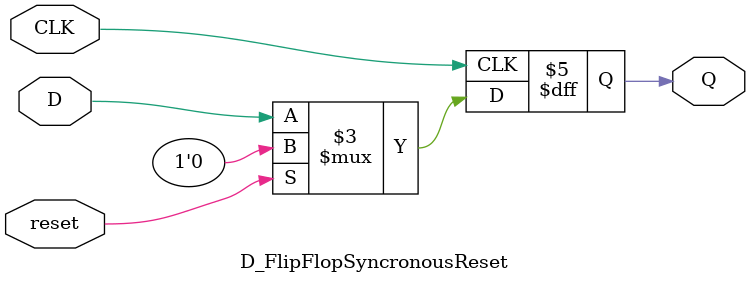
<source format=v>
`timescale 1ns / 1ps


module D_FlipFlopSyncronousReset(input D,reset,CLK,output reg Q);
    always @(posedge CLK)
    begin
    if (reset)
    Q<=1'b0;
    else
    Q<=D; 
    end
endmodule
</source>
